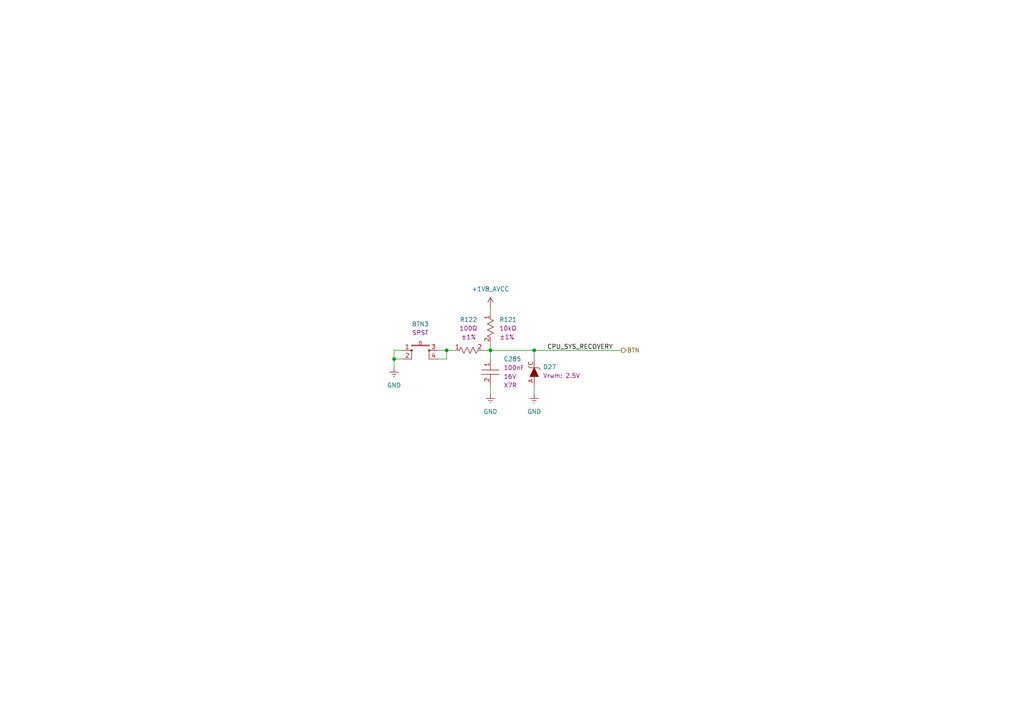
<source format=kicad_sch>
(kicad_sch (version 20250114) (generator "eeschema") (generator_version "9.0")
  (paper "A4")
  (title_block (title "Recovery Button") (date "2026-01-14") (rev "1.0.0") (company "TickLab") (comment 1 "VESA-SBC3399"))
  (lib_symbols
    (symbol "component_library:Capacitors/CL05B104KO5NNNC"
      (property "Reference" "C" (at 1.27 -1.27 0))
      (property "Capacitance" "100nF" (at 0 0 0))
      (property "Voltage - Rated" "16V" (at 0 0 0))
      (property "Temperature Coefficient" "X7R" (at 0 0 0))
      (symbol "Capacitors/CL05B104KO5NNNC_0_1"
        (polyline (pts (xy -2.54 -3.175) (xy 2.54 -3.175)))
        (polyline (pts (xy -2.54 -4.445) (xy 2.54 -4.445)))
      )
      (symbol "Capacitors/CL05B104KO5NNNC_1_1"
        (pin passive line (at 0 0 270) (length 3.175) (name "") (number "1"))
        (pin passive line (at 0 -7.62 90) (length 3.175) (name "") (number "2"))
      )
    )
    (symbol "component_library:Resistors/0402WGF1000TCE"
      (property "Reference" "R" (at 1.27 2.54 0))
      (property "Resistance" "100Ω" (at 0 0 0))
      (property "Tolerance" "±1%" (at 0 0 0))
      (symbol "Resistors/0402WGF1000TCE_0_1"
        (polyline (pts (xy 1.143 0) (xy 1.5875 0.889) (xy 2.4765 -0.889) (xy 3.3655 0.889) (xy 4.2545 -0.889) (xy 5.1435 0.889) (xy 6.0325 -0.889) (xy 6.4769 0)))
      )
      (symbol "Resistors/0402WGF1000TCE_1_1"
        (pin passive line (at 0 0 0) (length 1.143) (name "") (number "1"))
        (pin passive line (at 7.62 0 180) (length 1.143) (name "") (number "2"))
      )
    )
    (symbol "component_library:Resistors/0402WGF1002TCE"
      (property "Reference" "R" (at 1.27 2.54 0))
      (property "Resistance" "10kΩ" (at 0 0 0))
      (property "Tolerance" "±1%" (at 0 0 0))
      (symbol "Resistors/0402WGF1002TCE_0_1"
        (polyline (pts (xy 1.143 0) (xy 1.5875 0.889) (xy 2.4765 -0.889) (xy 3.3655 0.889) (xy 4.2545 -0.889) (xy 5.1435 0.889) (xy 6.0325 -0.889) (xy 6.4769 0)))
      )
      (symbol "Resistors/0402WGF1002TCE_1_1"
        (pin passive line (at 0 0 0) (length 1.143) (name "") (number "1"))
        (pin passive line (at 7.62 0 180) (length 1.143) (name "") (number "2"))
      )
    )
    (symbol "component_library:Switches, Buttons/TSA016A2518A" (pin_names (hide yes))
      (property "Reference" "BTN" (at 0 5.08 0))
      (property "Circuit" "SPST" (at 0 0 0))
      (symbol "Switches, Buttons/TSA016A2518A_0_1"
        (polyline (pts (xy -2.54 1.524) (xy 2.54 1.524)))
        (polyline (pts (xy -2.54 1.27) (xy -2.54 1.524)))
        (polyline (pts (xy -2.54 1.27) (xy 2.54 1.27)))
        (circle (center -2.54 0) (radius 0.254))
        (polyline (pts (xy -2.54 -2.54) (xy -2.54 0)))
        (polyline (pts (xy -0.254 2.54) (xy -0.254 1.524)))
        (polyline (pts (xy -0.254 2.54) (xy 0.254 2.54)))
        (polyline (pts (xy 0.254 2.54) (xy 0.254 1.524)))
        (polyline (pts (xy 2.54 1.27) (xy 2.54 1.524)))
        (circle (center 2.54 0) (radius 0.254))
        (polyline (pts (xy 2.54 -2.54) (xy 2.54 0)))
      )
      (symbol "Switches, Buttons/TSA016A2518A_1_1"
        (pin passive line (at -5.08 0 0) (length 2.54) (name "1") (number "1"))
        (pin passive line (at -5.08 -2.54 0) (length 2.54) (name "2") (number "2"))
        (pin passive line (at 5.08 0 180) (length 2.54) (name "3") (number "3"))
        (pin passive line (at 5.08 -2.54 180) (length 2.54) (name "4") (number "4"))
      )
    )
    (symbol "component_library:TVS, ESD/ESD5Z2.5T1G" (pin_names (hide yes))
      (property "Reference" "D" (at 2.54 0 0))
      (property "Vrwm" "2.5V" (at 0 0 0) (show_name))
      (symbol "TVS, ESD/ESD5Z2.5T1G_0_1"
        (polyline (pts (xy -1.27 0) (xy -1.778 0.508)))
        (polyline (pts (xy 0 0) (xy 1.27 -2.54) (xy -1.27 -2.54) (xy 0 0)) (fill (type outline)))
        (polyline (pts (xy 1.27 0) (xy -1.27 0)))
        (polyline (pts (xy 1.27 0) (xy 1.778 -0.508)))
      )
      (symbol "TVS, ESD/ESD5Z2.5T1G_1_1"
        (pin passive line (at 0 2.54 270) (length 2.54) (name "Cathode") (number "C"))
        (pin passive line (at 0 -5.08 90) (length 2.54) (name "Anode") (number "A"))
      )
    )
    (symbol "power:+1V0" (power) (pin_numbers (hide yes)) (pin_names (offset 0) (hide yes))
      (property "Value" "+1V0" (at 0 3.556 0))
      (symbol "+1V0_0_1"
        (polyline (pts (xy -0.762 1.27) (xy 0 2.54)))
        (polyline (pts (xy 0 2.54) (xy 0.762 1.27)))
        (polyline (pts (xy 0 0) (xy 0 2.54)))
      )
      (symbol "+1V0_1_1"
        (pin power_in line (at 0 0 90) (length 0) (name "~") (number "1"))
      )
    )
    (symbol "power:GNDREF" (power) (pin_numbers (hide yes)) (pin_names (offset 0) (hide yes))
      (property "Value" "GNDREF" (at 0 -3.81 0))
      (symbol "GNDREF_0_1"
        (polyline (pts (xy -0.635 -1.905) (xy 0.635 -1.905)))
        (polyline (pts (xy -0.127 -2.54) (xy 0.127 -2.54)))
        (polyline (pts (xy 0 -1.27) (xy 0 0)))
        (polyline (pts (xy 1.27 -1.27) (xy -1.27 -1.27)))
      )
      (symbol "GNDREF_1_1"
        (pin power_in line (at 0 0 270) (length 0) (name "~") (number "1"))
      )
    )
  )
  (junction (at 129.54 101.6))
  (junction (at 154.94 101.6))
  (junction (at 142.24 101.6))
  (junction (at 114.3 104.14))
  (wire (pts (xy 154.94 101.6) (xy 154.94 104.14)))
  (wire (pts (xy 139.7 101.6) (xy 142.24 101.6)))
  (wire (pts (xy 114.3 104.14) (xy 114.3 106.68)))
  (wire (pts (xy 114.3 104.14) (xy 116.84 104.14)))
  (wire (pts (xy 154.94 101.6) (xy 180.34 101.6)))
  (wire (pts (xy 129.54 104.14) (xy 129.54 101.6)))
  (wire (pts (xy 114.3 101.6) (xy 114.3 104.14)))
  (wire (pts (xy 142.24 88.9) (xy 142.24 91.44)))
  (wire (pts (xy 142.24 99.06) (xy 142.24 101.6)))
  (wire (pts (xy 142.24 111.76) (xy 142.24 114.3)))
  (wire (pts (xy 132.08 101.6) (xy 129.54 101.6)))
  (wire (pts (xy 127 104.14) (xy 129.54 104.14)))
  (wire (pts (xy 116.84 101.6) (xy 114.3 101.6)))
  (wire (pts (xy 142.24 101.6) (xy 142.24 104.14)))
  (wire (pts (xy 127 101.6) (xy 129.54 101.6)))
  (wire (pts (xy 142.24 101.6) (xy 154.94 101.6)))
  (wire (pts (xy 154.94 111.76) (xy 154.94 114.3)))
  (label "CPU_SYS_RECOVERY" (at 177.8 101.6 180))
  (hierarchical_label "BTN" (shape output) (at 180.34 101.6 0))
  (symbol (lib_id "power:GNDREF") (at 154.94 114.3 0) (unit 1)
    (property "Reference" "#PWR0354" (effects (hide yes)))
    (property "Value" "GND" (at 154.94 119.38 0))
    (property "Description" "Power symbol creates a global label with name \"GNDREF\" , reference supply ground" (effects (hide yes)))
  )
  (symbol (lib_id "component_library:Capacitors/CL05B104KO5NNNC") (at 142.24 104.14 0) (mirror y) (unit 1)
    (property "Reference" "C285" (at 146.05 104.1399 0) (effects (justify right)))
    (property "Footprint" "footprints:CAPC1005X50N" (effects (hide yes)))
    (property "Description" "100nF 16V X7R ±10% 0402 Multilayer Ceramic Capacitors MLCC - SMD/SMT ROHS" (effects (hide yes)))
    (property "Capacitance" "100nF" (at 146.05 106.6799 0) (effects (justify right)))
    (property "Voltage - Rated" "16V" (at 146.05 109.2199 0) (effects (justify right)))
    (property "Temperature Coefficient" "X7R" (at 146.05 111.7599 0) (effects (justify right)))
    (property "Tolerance" "±10%" (effects (hide yes)))
    (property "Package" "0402" (effects (hide yes)))
    (property "Manufacturer" "Samsung Electro-Mechanics" (effects (hide yes)))
    (property "LCSC_Part" "C1525" (effects (hide yes)))
    (property "Supplier" "JLCPCB" (effects (hide yes)))
  )
  (symbol (lib_id "component_library:Resistors/0402WGF1000TCE") (at 132.08 101.6 0) (unit 1)
    (property "Reference" "R122" (at 135.89 92.71 0))
    (property "Footprint" "footprints:RESC1005X35N" (effects (hide yes)))
    (property "Description" "-55℃~+155℃ 100Ω 50V 62.5mW Thick Film Resistor ±1% ±100ppm/℃ 0402 Chip Resistor - Surface Mount ROHS" (effects (hide yes)))
    (property "Resistance" "100Ω" (at 135.89 95.25 0))
    (property "Tolerance" "±1%" (at 135.89 97.79 0))
    (property "Package" "0402" (effects (hide yes)))
    (property "Manufacturer" "UNI-ROYAL(Uniroyal Elec)" (effects (hide yes)))
    (property "LCSC_Part" "C25076" (effects (hide yes)))
    (property "Supplier" "JLCPCB" (effects (hide yes)))
  )
  (symbol (lib_id "component_library:Resistors/0402WGF1002TCE") (at 142.24 91.44 270) (unit 1)
    (property "Reference" "R121" (at 144.78 92.7099 90) (effects (justify left)))
    (property "Footprint" "footprints:RESC1005X35N" (effects (hide yes)))
    (property "Description" "-55℃~+155℃ 10kΩ 50V 62.5mW Thick Film Resistor ±1% ±100ppm/℃ 0402 Chip Resistor - Surface Mount ROHS" (effects (hide yes)))
    (property "Resistance" "10kΩ" (at 144.78 95.2499 90) (effects (justify left)))
    (property "Tolerance" "±1%" (at 144.78 97.7899 90) (effects (justify left)))
    (property "Package" "0402" (effects (hide yes)))
    (property "Manufacturer" "UNI-ROYAL(Uniroyal Elec)" (effects (hide yes)))
    (property "LCSC_Part" "C25744" (effects (hide yes)))
    (property "Supplier" "JLCPCB" (effects (hide yes)))
  )
  (symbol (lib_id "power:+1V0") (at 142.24 88.9 0) (unit 1)
    (property "Reference" "#PWR0351" (effects (hide yes)))
    (property "Value" "+1V8_AVCC" (at 142.24 83.82 0))
    (property "Description" "Power symbol creates a global label with name \"+1V0\"" (effects (hide yes)))
  )
  (symbol (lib_id "power:GNDREF") (at 142.24 114.3 0) (unit 1)
    (property "Reference" "#PWR0353" (effects (hide yes)))
    (property "Value" "GND" (at 142.24 119.38 0))
    (property "Description" "Power symbol creates a global label with name \"GNDREF\" , reference supply ground" (effects (hide yes)))
  )
  (symbol (lib_id "component_library:TVS, ESD/ESD5Z2.5T1G") (at 154.94 106.68 0) (unit 1)
    (property "Reference" "D27" (at 157.48 106.4259 0) (effects (justify left)))
    (property "Footprint" "footprints:" (effects (hide yes)))
    (property "Description" "-55℃~+125℃ 1 14V 150W@8/20us 2.5V 200pF 3uA 4V IEC 61000-4-2、IEC 61000-4-4 SOD-523 ESD and Surge Protection (TVS/ESD) ROHS" (effects (hide yes)))
    (property "Vrwm" "2.5V" (at 157.48 108.9659 0) (show_name yes) (effects (justify left)))
    (property "Package" "SOD-523" (effects (hide yes)))
    (property "Manufacturer" "TECH PUBLIC" (effects (hide yes)))
    (property "LCSC_Part" "C20611848" (effects (hide yes)))
    (property "Supplier" "JLCPCB" (effects (hide yes)))
  )
  (symbol (lib_id "component_library:Switches, Buttons/TSA016A2518A") (at 121.92 101.6 0) (unit 1)
    (property "Reference" "BTN3" (at 121.92 93.98 0))
    (property "Footprint" "footprints:" (effects (hide yes)))
    (property "Description" "1.8N 12V 2.5mm 3.35mm 4.2mm 50mA J-Lead No Oval Button SPST Surface Mount,Vertical White Without Bracket SMD,4.2x3.4mm Tactile Switches ROHS" (effects (hide yes)))
    (property "Circuit" "SPST" (at 121.92 96.52 0))
    (property "Package" "SMD,4.2x3.4mm" (effects (hide yes)))
    (property "Manufacturer" "BZCN" (effects (hide yes)))
    (property "LCSC_Part" "C2888427" (effects (hide yes)))
    (property "Supplier" "JLCPCB" (effects (hide yes)))
  )
  (symbol (lib_id "power:GNDREF") (at 114.3 106.68 0) (unit 1)
    (property "Reference" "#PWR0352" (effects (hide yes)))
    (property "Value" "GND" (at 114.3 111.76 0))
    (property "Description" "Power symbol creates a global label with name \"GNDREF\" , reference supply ground" (effects (hide yes)))
  )
)
</source>
